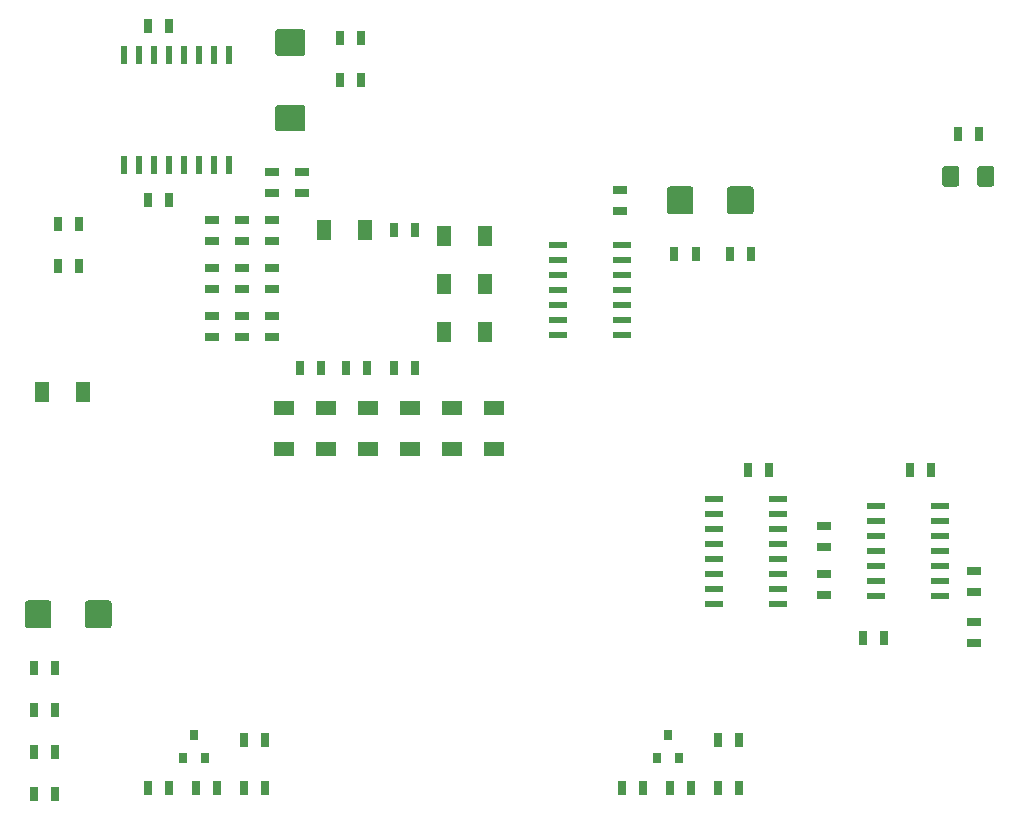
<source format=gbr>
G04 #@! TF.GenerationSoftware,KiCad,Pcbnew,5.0.2-bee76a0~70~ubuntu18.04.1*
G04 #@! TF.CreationDate,2019-12-10T23:09:57+02:00*
G04 #@! TF.ProjectId,videosport,76696465-6f73-4706-9f72-742e6b696361,rev?*
G04 #@! TF.SameCoordinates,Original*
G04 #@! TF.FileFunction,Paste,Top*
G04 #@! TF.FilePolarity,Positive*
%FSLAX46Y46*%
G04 Gerber Fmt 4.6, Leading zero omitted, Abs format (unit mm)*
G04 Created by KiCad (PCBNEW 5.0.2-bee76a0~70~ubuntu18.04.1) date Вт 10 дек 2019 23:09:57*
%MOMM*%
%LPD*%
G01*
G04 APERTURE LIST*
%ADD10C,0.100000*%
%ADD11C,1.425000*%
%ADD12R,0.797560X1.198880*%
%ADD13R,1.300000X1.700000*%
%ADD14R,1.700000X1.300000*%
%ADD15R,1.198880X0.797560*%
%ADD16C,2.250000*%
%ADD17R,0.800000X0.900000*%
%ADD18R,1.500000X0.600000*%
%ADD19R,0.600000X1.500000*%
G04 APERTURE END LIST*
D10*
G04 #@! TO.C,D12*
G36*
X202199504Y-67198204D02*
X202223773Y-67201804D01*
X202247571Y-67207765D01*
X202270671Y-67216030D01*
X202292849Y-67226520D01*
X202313893Y-67239133D01*
X202333598Y-67253747D01*
X202351777Y-67270223D01*
X202368253Y-67288402D01*
X202382867Y-67308107D01*
X202395480Y-67329151D01*
X202405970Y-67351329D01*
X202414235Y-67374429D01*
X202420196Y-67398227D01*
X202423796Y-67422496D01*
X202425000Y-67447000D01*
X202425000Y-68697000D01*
X202423796Y-68721504D01*
X202420196Y-68745773D01*
X202414235Y-68769571D01*
X202405970Y-68792671D01*
X202395480Y-68814849D01*
X202382867Y-68835893D01*
X202368253Y-68855598D01*
X202351777Y-68873777D01*
X202333598Y-68890253D01*
X202313893Y-68904867D01*
X202292849Y-68917480D01*
X202270671Y-68927970D01*
X202247571Y-68936235D01*
X202223773Y-68942196D01*
X202199504Y-68945796D01*
X202175000Y-68947000D01*
X201250000Y-68947000D01*
X201225496Y-68945796D01*
X201201227Y-68942196D01*
X201177429Y-68936235D01*
X201154329Y-68927970D01*
X201132151Y-68917480D01*
X201111107Y-68904867D01*
X201091402Y-68890253D01*
X201073223Y-68873777D01*
X201056747Y-68855598D01*
X201042133Y-68835893D01*
X201029520Y-68814849D01*
X201019030Y-68792671D01*
X201010765Y-68769571D01*
X201004804Y-68745773D01*
X201001204Y-68721504D01*
X201000000Y-68697000D01*
X201000000Y-67447000D01*
X201001204Y-67422496D01*
X201004804Y-67398227D01*
X201010765Y-67374429D01*
X201019030Y-67351329D01*
X201029520Y-67329151D01*
X201042133Y-67308107D01*
X201056747Y-67288402D01*
X201073223Y-67270223D01*
X201091402Y-67253747D01*
X201111107Y-67239133D01*
X201132151Y-67226520D01*
X201154329Y-67216030D01*
X201177429Y-67207765D01*
X201201227Y-67201804D01*
X201225496Y-67198204D01*
X201250000Y-67197000D01*
X202175000Y-67197000D01*
X202199504Y-67198204D01*
X202199504Y-67198204D01*
G37*
D11*
X201712500Y-68072000D03*
D10*
G36*
X205174504Y-67198204D02*
X205198773Y-67201804D01*
X205222571Y-67207765D01*
X205245671Y-67216030D01*
X205267849Y-67226520D01*
X205288893Y-67239133D01*
X205308598Y-67253747D01*
X205326777Y-67270223D01*
X205343253Y-67288402D01*
X205357867Y-67308107D01*
X205370480Y-67329151D01*
X205380970Y-67351329D01*
X205389235Y-67374429D01*
X205395196Y-67398227D01*
X205398796Y-67422496D01*
X205400000Y-67447000D01*
X205400000Y-68697000D01*
X205398796Y-68721504D01*
X205395196Y-68745773D01*
X205389235Y-68769571D01*
X205380970Y-68792671D01*
X205370480Y-68814849D01*
X205357867Y-68835893D01*
X205343253Y-68855598D01*
X205326777Y-68873777D01*
X205308598Y-68890253D01*
X205288893Y-68904867D01*
X205267849Y-68917480D01*
X205245671Y-68927970D01*
X205222571Y-68936235D01*
X205198773Y-68942196D01*
X205174504Y-68945796D01*
X205150000Y-68947000D01*
X204225000Y-68947000D01*
X204200496Y-68945796D01*
X204176227Y-68942196D01*
X204152429Y-68936235D01*
X204129329Y-68927970D01*
X204107151Y-68917480D01*
X204086107Y-68904867D01*
X204066402Y-68890253D01*
X204048223Y-68873777D01*
X204031747Y-68855598D01*
X204017133Y-68835893D01*
X204004520Y-68814849D01*
X203994030Y-68792671D01*
X203985765Y-68769571D01*
X203979804Y-68745773D01*
X203976204Y-68721504D01*
X203975000Y-68697000D01*
X203975000Y-67447000D01*
X203976204Y-67422496D01*
X203979804Y-67398227D01*
X203985765Y-67374429D01*
X203994030Y-67351329D01*
X204004520Y-67329151D01*
X204017133Y-67308107D01*
X204031747Y-67288402D01*
X204048223Y-67270223D01*
X204066402Y-67253747D01*
X204086107Y-67239133D01*
X204107151Y-67226520D01*
X204129329Y-67216030D01*
X204152429Y-67207765D01*
X204176227Y-67201804D01*
X204200496Y-67198204D01*
X204225000Y-67197000D01*
X205150000Y-67197000D01*
X205174504Y-67198204D01*
X205174504Y-67198204D01*
G37*
D11*
X204687500Y-68072000D03*
G04 #@! TD*
D12*
G04 #@! TO.C,R29*
X204099160Y-64516000D03*
X202300840Y-64516000D03*
G04 #@! TD*
D13*
G04 #@! TO.C,D8*
X148618000Y-72644000D03*
X152118000Y-72644000D03*
G04 #@! TD*
D14*
G04 #@! TO.C,D6*
X148844000Y-91158000D03*
X148844000Y-87658000D03*
G04 #@! TD*
D13*
G04 #@! TO.C,D11*
X162278000Y-81280000D03*
X158778000Y-81280000D03*
G04 #@! TD*
G04 #@! TO.C,D10*
X158778000Y-77216000D03*
X162278000Y-77216000D03*
G04 #@! TD*
G04 #@! TO.C,D9*
X162278000Y-73152000D03*
X158778000Y-73152000D03*
G04 #@! TD*
D14*
G04 #@! TO.C,D7*
X163068000Y-91158000D03*
X163068000Y-87658000D03*
G04 #@! TD*
G04 #@! TO.C,D5*
X155956000Y-87658000D03*
X155956000Y-91158000D03*
G04 #@! TD*
G04 #@! TO.C,D4*
X159512000Y-91158000D03*
X159512000Y-87658000D03*
G04 #@! TD*
G04 #@! TO.C,D3*
X145288000Y-87658000D03*
X145288000Y-91158000D03*
G04 #@! TD*
G04 #@! TO.C,D2*
X152400000Y-91158000D03*
X152400000Y-87658000D03*
G04 #@! TD*
D13*
G04 #@! TO.C,D1*
X124742000Y-86360000D03*
X128242000Y-86360000D03*
G04 #@! TD*
D12*
G04 #@! TO.C,C13*
X124068840Y-116840000D03*
X125867160Y-116840000D03*
G04 #@! TD*
G04 #@! TO.C,C14*
X133720840Y-55372000D03*
X135519160Y-55372000D03*
G04 #@! TD*
G04 #@! TO.C,C16*
X135519160Y-70104000D03*
X133720840Y-70104000D03*
G04 #@! TD*
G04 #@! TO.C,C17*
X200035160Y-92964000D03*
X198236840Y-92964000D03*
G04 #@! TD*
G04 #@! TO.C,C18*
X184520840Y-92964000D03*
X186319160Y-92964000D03*
G04 #@! TD*
D15*
G04 #@! TO.C,C19*
X173736000Y-69204840D03*
X173736000Y-71003160D03*
G04 #@! TD*
D12*
G04 #@! TO.C,R27*
X125867160Y-113284000D03*
X124068840Y-113284000D03*
G04 #@! TD*
G04 #@! TO.C,R28*
X124068840Y-120396000D03*
X125867160Y-120396000D03*
G04 #@! TD*
D10*
G04 #@! TO.C,C3*
G36*
X130449505Y-103982204D02*
X130473773Y-103985804D01*
X130497572Y-103991765D01*
X130520671Y-104000030D01*
X130542850Y-104010520D01*
X130563893Y-104023132D01*
X130583599Y-104037747D01*
X130601777Y-104054223D01*
X130618253Y-104072401D01*
X130632868Y-104092107D01*
X130645480Y-104113150D01*
X130655970Y-104135329D01*
X130664235Y-104158428D01*
X130670196Y-104182227D01*
X130673796Y-104206495D01*
X130675000Y-104230999D01*
X130675000Y-106081001D01*
X130673796Y-106105505D01*
X130670196Y-106129773D01*
X130664235Y-106153572D01*
X130655970Y-106176671D01*
X130645480Y-106198850D01*
X130632868Y-106219893D01*
X130618253Y-106239599D01*
X130601777Y-106257777D01*
X130583599Y-106274253D01*
X130563893Y-106288868D01*
X130542850Y-106301480D01*
X130520671Y-106311970D01*
X130497572Y-106320235D01*
X130473773Y-106326196D01*
X130449505Y-106329796D01*
X130425001Y-106331000D01*
X128674999Y-106331000D01*
X128650495Y-106329796D01*
X128626227Y-106326196D01*
X128602428Y-106320235D01*
X128579329Y-106311970D01*
X128557150Y-106301480D01*
X128536107Y-106288868D01*
X128516401Y-106274253D01*
X128498223Y-106257777D01*
X128481747Y-106239599D01*
X128467132Y-106219893D01*
X128454520Y-106198850D01*
X128444030Y-106176671D01*
X128435765Y-106153572D01*
X128429804Y-106129773D01*
X128426204Y-106105505D01*
X128425000Y-106081001D01*
X128425000Y-104230999D01*
X128426204Y-104206495D01*
X128429804Y-104182227D01*
X128435765Y-104158428D01*
X128444030Y-104135329D01*
X128454520Y-104113150D01*
X128467132Y-104092107D01*
X128481747Y-104072401D01*
X128498223Y-104054223D01*
X128516401Y-104037747D01*
X128536107Y-104023132D01*
X128557150Y-104010520D01*
X128579329Y-104000030D01*
X128602428Y-103991765D01*
X128626227Y-103985804D01*
X128650495Y-103982204D01*
X128674999Y-103981000D01*
X130425001Y-103981000D01*
X130449505Y-103982204D01*
X130449505Y-103982204D01*
G37*
D16*
X129550000Y-105156000D03*
D10*
G36*
X125349505Y-103982204D02*
X125373773Y-103985804D01*
X125397572Y-103991765D01*
X125420671Y-104000030D01*
X125442850Y-104010520D01*
X125463893Y-104023132D01*
X125483599Y-104037747D01*
X125501777Y-104054223D01*
X125518253Y-104072401D01*
X125532868Y-104092107D01*
X125545480Y-104113150D01*
X125555970Y-104135329D01*
X125564235Y-104158428D01*
X125570196Y-104182227D01*
X125573796Y-104206495D01*
X125575000Y-104230999D01*
X125575000Y-106081001D01*
X125573796Y-106105505D01*
X125570196Y-106129773D01*
X125564235Y-106153572D01*
X125555970Y-106176671D01*
X125545480Y-106198850D01*
X125532868Y-106219893D01*
X125518253Y-106239599D01*
X125501777Y-106257777D01*
X125483599Y-106274253D01*
X125463893Y-106288868D01*
X125442850Y-106301480D01*
X125420671Y-106311970D01*
X125397572Y-106320235D01*
X125373773Y-106326196D01*
X125349505Y-106329796D01*
X125325001Y-106331000D01*
X123574999Y-106331000D01*
X123550495Y-106329796D01*
X123526227Y-106326196D01*
X123502428Y-106320235D01*
X123479329Y-106311970D01*
X123457150Y-106301480D01*
X123436107Y-106288868D01*
X123416401Y-106274253D01*
X123398223Y-106257777D01*
X123381747Y-106239599D01*
X123367132Y-106219893D01*
X123354520Y-106198850D01*
X123344030Y-106176671D01*
X123335765Y-106153572D01*
X123329804Y-106129773D01*
X123326204Y-106105505D01*
X123325000Y-106081001D01*
X123325000Y-104230999D01*
X123326204Y-104206495D01*
X123329804Y-104182227D01*
X123335765Y-104158428D01*
X123344030Y-104135329D01*
X123354520Y-104113150D01*
X123367132Y-104092107D01*
X123381747Y-104072401D01*
X123398223Y-104054223D01*
X123416401Y-104037747D01*
X123436107Y-104023132D01*
X123457150Y-104010520D01*
X123479329Y-104000030D01*
X123502428Y-103991765D01*
X123526227Y-103985804D01*
X123550495Y-103982204D01*
X123574999Y-103981000D01*
X125325001Y-103981000D01*
X125349505Y-103982204D01*
X125349505Y-103982204D01*
G37*
D16*
X124450000Y-105156000D03*
G04 #@! TD*
D10*
G04 #@! TO.C,C6*
G36*
X179705505Y-68930204D02*
X179729773Y-68933804D01*
X179753572Y-68939765D01*
X179776671Y-68948030D01*
X179798850Y-68958520D01*
X179819893Y-68971132D01*
X179839599Y-68985747D01*
X179857777Y-69002223D01*
X179874253Y-69020401D01*
X179888868Y-69040107D01*
X179901480Y-69061150D01*
X179911970Y-69083329D01*
X179920235Y-69106428D01*
X179926196Y-69130227D01*
X179929796Y-69154495D01*
X179931000Y-69178999D01*
X179931000Y-71029001D01*
X179929796Y-71053505D01*
X179926196Y-71077773D01*
X179920235Y-71101572D01*
X179911970Y-71124671D01*
X179901480Y-71146850D01*
X179888868Y-71167893D01*
X179874253Y-71187599D01*
X179857777Y-71205777D01*
X179839599Y-71222253D01*
X179819893Y-71236868D01*
X179798850Y-71249480D01*
X179776671Y-71259970D01*
X179753572Y-71268235D01*
X179729773Y-71274196D01*
X179705505Y-71277796D01*
X179681001Y-71279000D01*
X177930999Y-71279000D01*
X177906495Y-71277796D01*
X177882227Y-71274196D01*
X177858428Y-71268235D01*
X177835329Y-71259970D01*
X177813150Y-71249480D01*
X177792107Y-71236868D01*
X177772401Y-71222253D01*
X177754223Y-71205777D01*
X177737747Y-71187599D01*
X177723132Y-71167893D01*
X177710520Y-71146850D01*
X177700030Y-71124671D01*
X177691765Y-71101572D01*
X177685804Y-71077773D01*
X177682204Y-71053505D01*
X177681000Y-71029001D01*
X177681000Y-69178999D01*
X177682204Y-69154495D01*
X177685804Y-69130227D01*
X177691765Y-69106428D01*
X177700030Y-69083329D01*
X177710520Y-69061150D01*
X177723132Y-69040107D01*
X177737747Y-69020401D01*
X177754223Y-69002223D01*
X177772401Y-68985747D01*
X177792107Y-68971132D01*
X177813150Y-68958520D01*
X177835329Y-68948030D01*
X177858428Y-68939765D01*
X177882227Y-68933804D01*
X177906495Y-68930204D01*
X177930999Y-68929000D01*
X179681001Y-68929000D01*
X179705505Y-68930204D01*
X179705505Y-68930204D01*
G37*
D16*
X178806000Y-70104000D03*
D10*
G36*
X184805505Y-68930204D02*
X184829773Y-68933804D01*
X184853572Y-68939765D01*
X184876671Y-68948030D01*
X184898850Y-68958520D01*
X184919893Y-68971132D01*
X184939599Y-68985747D01*
X184957777Y-69002223D01*
X184974253Y-69020401D01*
X184988868Y-69040107D01*
X185001480Y-69061150D01*
X185011970Y-69083329D01*
X185020235Y-69106428D01*
X185026196Y-69130227D01*
X185029796Y-69154495D01*
X185031000Y-69178999D01*
X185031000Y-71029001D01*
X185029796Y-71053505D01*
X185026196Y-71077773D01*
X185020235Y-71101572D01*
X185011970Y-71124671D01*
X185001480Y-71146850D01*
X184988868Y-71167893D01*
X184974253Y-71187599D01*
X184957777Y-71205777D01*
X184939599Y-71222253D01*
X184919893Y-71236868D01*
X184898850Y-71249480D01*
X184876671Y-71259970D01*
X184853572Y-71268235D01*
X184829773Y-71274196D01*
X184805505Y-71277796D01*
X184781001Y-71279000D01*
X183030999Y-71279000D01*
X183006495Y-71277796D01*
X182982227Y-71274196D01*
X182958428Y-71268235D01*
X182935329Y-71259970D01*
X182913150Y-71249480D01*
X182892107Y-71236868D01*
X182872401Y-71222253D01*
X182854223Y-71205777D01*
X182837747Y-71187599D01*
X182823132Y-71167893D01*
X182810520Y-71146850D01*
X182800030Y-71124671D01*
X182791765Y-71101572D01*
X182785804Y-71077773D01*
X182782204Y-71053505D01*
X182781000Y-71029001D01*
X182781000Y-69178999D01*
X182782204Y-69154495D01*
X182785804Y-69130227D01*
X182791765Y-69106428D01*
X182800030Y-69083329D01*
X182810520Y-69061150D01*
X182823132Y-69040107D01*
X182837747Y-69020401D01*
X182854223Y-69002223D01*
X182872401Y-68985747D01*
X182892107Y-68971132D01*
X182913150Y-68958520D01*
X182935329Y-68948030D01*
X182958428Y-68939765D01*
X182982227Y-68933804D01*
X183006495Y-68930204D01*
X183030999Y-68929000D01*
X184781001Y-68929000D01*
X184805505Y-68930204D01*
X184805505Y-68930204D01*
G37*
D16*
X183906000Y-70104000D03*
G04 #@! TD*
D10*
G04 #@! TO.C,C12*
G36*
X146845505Y-62020204D02*
X146869773Y-62023804D01*
X146893572Y-62029765D01*
X146916671Y-62038030D01*
X146938850Y-62048520D01*
X146959893Y-62061132D01*
X146979599Y-62075747D01*
X146997777Y-62092223D01*
X147014253Y-62110401D01*
X147028868Y-62130107D01*
X147041480Y-62151150D01*
X147051970Y-62173329D01*
X147060235Y-62196428D01*
X147066196Y-62220227D01*
X147069796Y-62244495D01*
X147071000Y-62268999D01*
X147071000Y-64019001D01*
X147069796Y-64043505D01*
X147066196Y-64067773D01*
X147060235Y-64091572D01*
X147051970Y-64114671D01*
X147041480Y-64136850D01*
X147028868Y-64157893D01*
X147014253Y-64177599D01*
X146997777Y-64195777D01*
X146979599Y-64212253D01*
X146959893Y-64226868D01*
X146938850Y-64239480D01*
X146916671Y-64249970D01*
X146893572Y-64258235D01*
X146869773Y-64264196D01*
X146845505Y-64267796D01*
X146821001Y-64269000D01*
X144770999Y-64269000D01*
X144746495Y-64267796D01*
X144722227Y-64264196D01*
X144698428Y-64258235D01*
X144675329Y-64249970D01*
X144653150Y-64239480D01*
X144632107Y-64226868D01*
X144612401Y-64212253D01*
X144594223Y-64195777D01*
X144577747Y-64177599D01*
X144563132Y-64157893D01*
X144550520Y-64136850D01*
X144540030Y-64114671D01*
X144531765Y-64091572D01*
X144525804Y-64067773D01*
X144522204Y-64043505D01*
X144521000Y-64019001D01*
X144521000Y-62268999D01*
X144522204Y-62244495D01*
X144525804Y-62220227D01*
X144531765Y-62196428D01*
X144540030Y-62173329D01*
X144550520Y-62151150D01*
X144563132Y-62130107D01*
X144577747Y-62110401D01*
X144594223Y-62092223D01*
X144612401Y-62075747D01*
X144632107Y-62061132D01*
X144653150Y-62048520D01*
X144675329Y-62038030D01*
X144698428Y-62029765D01*
X144722227Y-62023804D01*
X144746495Y-62020204D01*
X144770999Y-62019000D01*
X146821001Y-62019000D01*
X146845505Y-62020204D01*
X146845505Y-62020204D01*
G37*
D16*
X145796000Y-63144000D03*
D10*
G36*
X146845505Y-55620204D02*
X146869773Y-55623804D01*
X146893572Y-55629765D01*
X146916671Y-55638030D01*
X146938850Y-55648520D01*
X146959893Y-55661132D01*
X146979599Y-55675747D01*
X146997777Y-55692223D01*
X147014253Y-55710401D01*
X147028868Y-55730107D01*
X147041480Y-55751150D01*
X147051970Y-55773329D01*
X147060235Y-55796428D01*
X147066196Y-55820227D01*
X147069796Y-55844495D01*
X147071000Y-55868999D01*
X147071000Y-57619001D01*
X147069796Y-57643505D01*
X147066196Y-57667773D01*
X147060235Y-57691572D01*
X147051970Y-57714671D01*
X147041480Y-57736850D01*
X147028868Y-57757893D01*
X147014253Y-57777599D01*
X146997777Y-57795777D01*
X146979599Y-57812253D01*
X146959893Y-57826868D01*
X146938850Y-57839480D01*
X146916671Y-57849970D01*
X146893572Y-57858235D01*
X146869773Y-57864196D01*
X146845505Y-57867796D01*
X146821001Y-57869000D01*
X144770999Y-57869000D01*
X144746495Y-57867796D01*
X144722227Y-57864196D01*
X144698428Y-57858235D01*
X144675329Y-57849970D01*
X144653150Y-57839480D01*
X144632107Y-57826868D01*
X144612401Y-57812253D01*
X144594223Y-57795777D01*
X144577747Y-57777599D01*
X144563132Y-57757893D01*
X144550520Y-57736850D01*
X144540030Y-57714671D01*
X144531765Y-57691572D01*
X144525804Y-57667773D01*
X144522204Y-57643505D01*
X144521000Y-57619001D01*
X144521000Y-55868999D01*
X144522204Y-55844495D01*
X144525804Y-55820227D01*
X144531765Y-55796428D01*
X144540030Y-55773329D01*
X144550520Y-55751150D01*
X144563132Y-55730107D01*
X144577747Y-55710401D01*
X144594223Y-55692223D01*
X144612401Y-55675747D01*
X144632107Y-55661132D01*
X144653150Y-55648520D01*
X144675329Y-55638030D01*
X144698428Y-55629765D01*
X144722227Y-55623804D01*
X144746495Y-55620204D01*
X144770999Y-55619000D01*
X146821001Y-55619000D01*
X146845505Y-55620204D01*
X146845505Y-55620204D01*
G37*
D16*
X145796000Y-56744000D03*
G04 #@! TD*
D12*
G04 #@! TO.C,C11*
X151775160Y-59944000D03*
X149976840Y-59944000D03*
G04 #@! TD*
G04 #@! TO.C,C10*
X126100840Y-75692000D03*
X127899160Y-75692000D03*
G04 #@! TD*
D15*
G04 #@! TO.C,C9*
X144272000Y-71744840D03*
X144272000Y-73543160D03*
G04 #@! TD*
G04 #@! TO.C,C8*
X139192000Y-73543160D03*
X139192000Y-71744840D03*
G04 #@! TD*
G04 #@! TO.C,C7*
X141732000Y-71744840D03*
X141732000Y-73543160D03*
G04 #@! TD*
D12*
G04 #@! TO.C,C5*
X183779160Y-115824000D03*
X181980840Y-115824000D03*
G04 #@! TD*
G04 #@! TO.C,C4*
X141848840Y-115824000D03*
X143647160Y-115824000D03*
G04 #@! TD*
G04 #@! TO.C,C2*
X194289680Y-107188000D03*
X196088000Y-107188000D03*
G04 #@! TD*
D17*
G04 #@! TO.C,Q2*
X177800000Y-115332000D03*
X178750000Y-117332000D03*
X176850000Y-117332000D03*
G04 #@! TD*
G04 #@! TO.C,Q1*
X136718000Y-117332000D03*
X138618000Y-117332000D03*
X137668000Y-115332000D03*
G04 #@! TD*
D12*
G04 #@! TO.C,R20*
X182996840Y-74676000D03*
X184795160Y-74676000D03*
G04 #@! TD*
G04 #@! TO.C,R17*
X143647160Y-119888000D03*
X141848840Y-119888000D03*
G04 #@! TD*
G04 #@! TO.C,R19*
X178308000Y-74676000D03*
X180106320Y-74676000D03*
G04 #@! TD*
D15*
G04 #@! TO.C,R21*
X139192000Y-75808840D03*
X139192000Y-77607160D03*
G04 #@! TD*
D12*
G04 #@! TO.C,R18*
X181980840Y-119888000D03*
X183779160Y-119888000D03*
G04 #@! TD*
G04 #@! TO.C,R13*
X135519160Y-119888000D03*
X133720840Y-119888000D03*
G04 #@! TD*
G04 #@! TO.C,R14*
X177916840Y-119888000D03*
X179715160Y-119888000D03*
G04 #@! TD*
G04 #@! TO.C,R15*
X175651160Y-119888000D03*
X173852840Y-119888000D03*
G04 #@! TD*
G04 #@! TO.C,R16*
X124068840Y-109728000D03*
X125867160Y-109728000D03*
G04 #@! TD*
G04 #@! TO.C,R26*
X151775160Y-56388000D03*
X149976840Y-56388000D03*
G04 #@! TD*
D15*
G04 #@! TO.C,R25*
X146812000Y-67680840D03*
X146812000Y-69479160D03*
G04 #@! TD*
D12*
G04 #@! TO.C,R24*
X127899160Y-72136000D03*
X126100840Y-72136000D03*
G04 #@! TD*
D15*
G04 #@! TO.C,R23*
X144272000Y-77607160D03*
X144272000Y-75808840D03*
G04 #@! TD*
G04 #@! TO.C,R22*
X141732000Y-75808840D03*
X141732000Y-77607160D03*
G04 #@! TD*
D12*
G04 #@! TO.C,R12*
X137784840Y-119888000D03*
X139583160Y-119888000D03*
G04 #@! TD*
D15*
G04 #@! TO.C,C1*
X203708000Y-107579160D03*
X203708000Y-105780840D03*
G04 #@! TD*
G04 #@! TO.C,R11*
X191008000Y-99451160D03*
X191008000Y-97652840D03*
G04 #@! TD*
G04 #@! TO.C,R10*
X203668157Y-101466575D03*
X203668157Y-103264895D03*
G04 #@! TD*
G04 #@! TO.C,R9*
X191008000Y-103515160D03*
X191008000Y-101716840D03*
G04 #@! TD*
D18*
G04 #@! TO.C,U3*
X200780157Y-103635735D03*
X200780157Y-102365735D03*
X200780157Y-101095735D03*
X200780157Y-99825735D03*
X200780157Y-98555735D03*
X200780157Y-97285735D03*
X200780157Y-96015735D03*
X195380157Y-96015735D03*
X195380157Y-97285735D03*
X195380157Y-98555735D03*
X195380157Y-99825735D03*
X195380157Y-101095735D03*
X195380157Y-102365735D03*
X195380157Y-103635735D03*
G04 #@! TD*
G04 #@! TO.C,U4*
X187104000Y-104270735D03*
X187104000Y-103000735D03*
X187104000Y-101730735D03*
X187104000Y-100460735D03*
X187104000Y-99190735D03*
X187104000Y-97920735D03*
X187104000Y-96650735D03*
X187104000Y-95380735D03*
X181704000Y-95380735D03*
X181704000Y-96650735D03*
X181704000Y-97920735D03*
X181704000Y-99190735D03*
X181704000Y-100460735D03*
X181704000Y-101730735D03*
X181704000Y-103000735D03*
X181704000Y-104270735D03*
G04 #@! TD*
D15*
G04 #@! TO.C,R8*
X144272000Y-67680840D03*
X144272000Y-69479160D03*
G04 #@! TD*
D12*
G04 #@! TO.C,R1*
X150484840Y-84328000D03*
X152283160Y-84328000D03*
G04 #@! TD*
G04 #@! TO.C,R2*
X148417161Y-84324961D03*
X146618841Y-84324961D03*
G04 #@! TD*
G04 #@! TO.C,R3*
X154548840Y-84328000D03*
X156347160Y-84328000D03*
G04 #@! TD*
G04 #@! TO.C,R4*
X154548840Y-72644000D03*
X156347160Y-72644000D03*
G04 #@! TD*
D15*
G04 #@! TO.C,R5*
X139192000Y-81671160D03*
X139192000Y-79872840D03*
G04 #@! TD*
G04 #@! TO.C,R6*
X141732000Y-79872840D03*
X141732000Y-81671160D03*
G04 #@! TD*
G04 #@! TO.C,R7*
X144272000Y-81671160D03*
X144272000Y-79872840D03*
G04 #@! TD*
D18*
G04 #@! TO.C,U1*
X168496000Y-73914000D03*
X168496000Y-75184000D03*
X168496000Y-76454000D03*
X168496000Y-77724000D03*
X168496000Y-78994000D03*
X168496000Y-80264000D03*
X168496000Y-81534000D03*
X173896000Y-81534000D03*
X173896000Y-80264000D03*
X173896000Y-78994000D03*
X173896000Y-77724000D03*
X173896000Y-76454000D03*
X173896000Y-75184000D03*
X173896000Y-73914000D03*
G04 #@! TD*
D19*
G04 #@! TO.C,U2*
X131699000Y-67134000D03*
X132969000Y-67134000D03*
X134239000Y-67134000D03*
X135509000Y-67134000D03*
X136779000Y-67134000D03*
X138049000Y-67134000D03*
X139319000Y-67134000D03*
X140589000Y-67134000D03*
X140589000Y-57834000D03*
X139319000Y-57834000D03*
X138049000Y-57834000D03*
X136779000Y-57834000D03*
X135509000Y-57834000D03*
X134239000Y-57834000D03*
X132969000Y-57834000D03*
X131699000Y-57834000D03*
G04 #@! TD*
M02*

</source>
